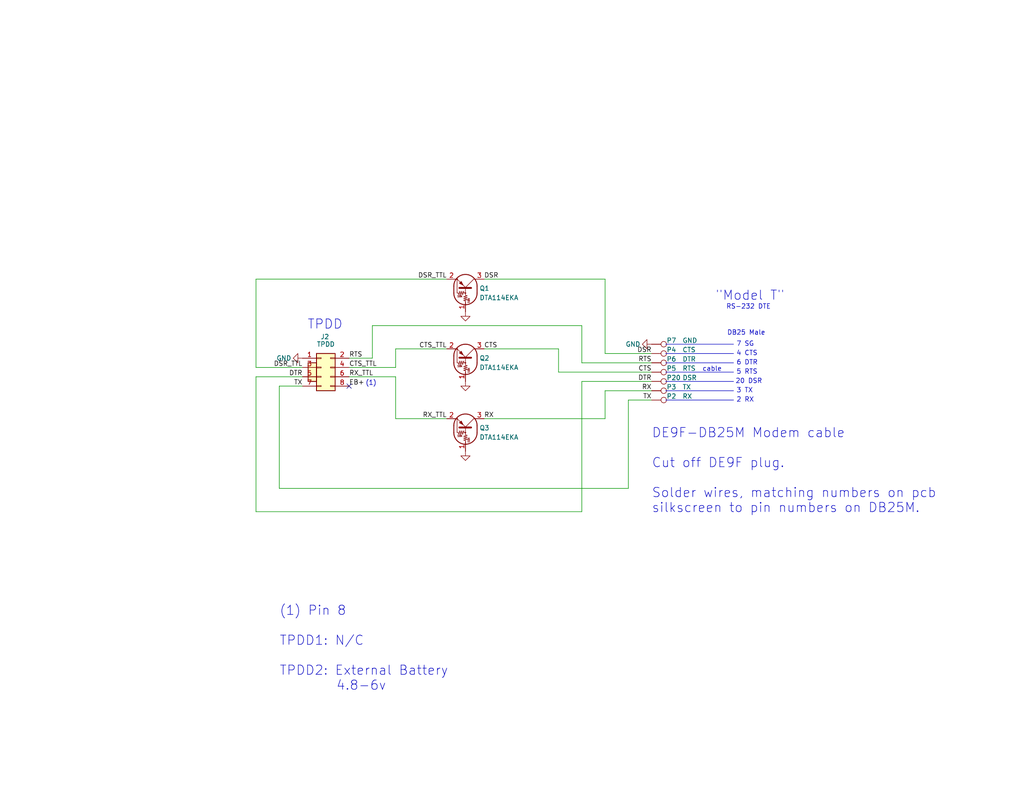
<source format=kicad_sch>
(kicad_sch (version 20231120) (generator "eeschema") (generator_version "8.0")
  (paper "USLetter")
  (title_block (title "TPDD-RS-232") (date "2022-10-01") (rev "2") (company "Brian K. White"))
  (lib_symbols
    (symbol "000_LOCAL:Conn_02x04_Odd_Even" (pin_names (offset 1.016) hide)
      (property "Reference" "J" (at 1.27 5.08 0))
      (property "Value" "Conn_02x04_Odd_Even" (at 1.27 -7.62 0))
      (symbol "Conn_02x04_Odd_Even_0_1"
        (rectangle (start -1.27 1.27) (end -3.556 -3.81) (stroke (width 0.254)) (fill (type background)))
      )
      (symbol "Conn_02x04_Odd_Even_1_1"
        (rectangle (start -1.27 -4.953) (end 0 -5.207) (stroke (width 0.1524)))
        (rectangle (start -1.27 -2.413) (end 0 -2.667) (stroke (width 0.1524)))
        (rectangle (start -1.27 0.127) (end 0 -0.127) (stroke (width 0.1524)))
        (rectangle (start -1.27 2.667) (end 0 2.413) (stroke (width 0.1524)))
        (rectangle (start -1.27 3.81) (end 3.81 -6.35) (stroke (width 0.254)) (fill (type background)))
        (rectangle (start 3.81 -4.953) (end 2.54 -5.207) (stroke (width 0.1524)))
        (rectangle (start 3.81 -2.413) (end 2.54 -2.667) (stroke (width 0.1524)))
        (rectangle (start 3.81 0.127) (end 2.54 -0.127) (stroke (width 0.1524)))
        (rectangle (start 3.81 2.667) (end 2.54 2.413) (stroke (width 0.1524)))
        (pin passive line (at -5.08 2.54 0) (length 3.81) (name "Pin_1") (number "1"))
        (pin passive line (at 7.62 2.54 180) (length 3.81) (name "Pin_2") (number "2"))
        (pin passive line (at -5.08 0 0) (length 3.81) (name "Pin_3") (number "3"))
        (pin passive line (at 7.62 0 180) (length 3.81) (name "Pin_4") (number "4"))
        (pin passive line (at -5.08 -2.54 0) (length 3.81) (name "Pin_5") (number "5"))
        (pin passive line (at 7.62 -2.54 180) (length 3.81) (name "Pin_6") (number "6"))
        (pin passive line (at -5.08 -5.08 0) (length 3.81) (name "Pin_7") (number "7"))
        (pin passive line (at 7.62 -5.08 180) (length 3.81) (name "Pin_8") (number "8"))
      )
    )
    (symbol "000_LOCAL:GND" (power) (pin_names (offset 0))
      (property "Value" "GND" (at 0 -3.81 0))
      (symbol "GND_0_1"
        (polyline (pts (xy 0 0) (xy 0 -1.27) (xy 1.27 -1.27) (xy 0 -2.54) (xy -1.27 -1.27) (xy 0 -1.27)))
      )
      (symbol "GND_1_1"
        (pin power_in line (at 0 0 270) (length 0) hide (name "GND") (number "1"))
      )
    )
    (symbol "000_LOCAL:TestPoint" (pin_numbers hide) (pin_names (offset 0.762) hide)
      (property "Reference" "TP" (at 0 6.858 0))
      (property "Value" "TestPoint" (at 0 5.08 0))
      (symbol "TestPoint_0_1"
        (circle (center 0 3.302) (radius 0.762))
      )
      (symbol "TestPoint_1_1"
        (pin passive line (at 0 0 90) (length 2.54) (name "1") (number "1"))
      )
    )
    (symbol "000_LOCAL:Transistor_BJT_DTA114E" (pin_names (offset 0) hide)
      (property "Reference" "Q" (at 5.08 1.905 0))
      (property "Value" "Transistor_BJT_DTA114E" (at 5.08 0 0))
      (symbol "Transistor_BJT_DTA114E_0_0"
        (text "10k" (at -3.302 0.889 0) (effects (font (size 0.508 0.508))))
        (text "10k" (at -2.159 -1.524 900) (effects (font (size 0.508 0.508))))
      )
      (symbol "Transistor_BJT_DTA114E_0_1"
        (circle (center -1.27 0) (radius 0.127))
        (arc (start -1.27 3.175) (mid -4.445 0) (end -1.27 -3.175) (stroke (width 0.254)))
        (polyline (pts (xy -3.429 0) (xy -3.81 0)))
        (polyline (pts (xy -1.27 -3.175) (xy 0.635 -3.175)) (stroke (width 0.254)))
        (polyline (pts (xy -1.27 3.175) (xy 0.635 3.175)) (stroke (width 0.254)))
        (polyline (pts (xy 0 -0.254) (xy 2.54 2.286)))
        (polyline (pts (xy 0.127 1.524) (xy 0.127 -1.651)) (stroke (width 0.508)) (fill (type outline)))
        (polyline (pts (xy 2.54 2.286) (xy 2.54 2.54)))
        (polyline (pts (xy 2.54 -2.286) (xy 0 0.254) (xy 0 0.254)))
        (polyline (pts (xy 1.397 -1.651) (xy 1.905 -1.143) (xy 0.889 -0.635) (xy 1.397 -1.651)) (fill (type outline)))
        (polyline (pts (xy 0 0) (xy -1.905 0) (xy -2.032 0.508) (xy -2.286 -0.508) (xy -2.54 0.508) (xy -2.794 -0.508) (xy -3.048 0.508) (xy -3.302 -0.508) (xy -3.429 0)))
        (polyline (pts (xy -1.27 0) (xy -1.27 -0.381) (xy -0.762 -0.508) (xy -1.778 -0.762) (xy -0.762 -1.016) (xy -1.778 -1.27) (xy -0.762 -1.524) (xy -1.778 -1.778) (xy -1.27 -1.905) (xy -1.27 -2.286) (xy 2.54 -2.286)))
        (arc (start 0.635 -3.175) (mid 3.81 0) (end 0.635 3.175) (stroke (width 0.254)))
        (circle (center 2.54 -2.286) (radius 0.127))
      )
      (symbol "Transistor_BJT_DTA114E_1_1"
        (pin input line (at -6.35 0 0) (length 2.54) (name "B") (number "1"))
        (pin passive line (at 2.54 -5.08 90) (length 2.54) (name "E") (number "2"))
        (pin passive line (at 2.54 5.08 270) (length 2.54) (name "C") (number "3"))
      )
    )
    (symbol "Transistor_BJT_DTA114E_1" (pin_names (offset 0) hide)
      (property "Reference" "Q" (at 5.08 1.905 0))
      (property "Value" "Transistor_BJT_DTA114E" (at 5.08 0 0))
      (symbol "Transistor_BJT_DTA114E_1_0_0"
        (text "10k" (at -3.302 0.889 0) (effects (font (size 0.508 0.508))))
        (text "10k" (at -2.159 -1.524 900) (effects (font (size 0.508 0.508))))
      )
      (symbol "Transistor_BJT_DTA114E_1_0_1"
        (circle (center -1.27 0) (radius 0.127))
        (arc (start -1.27 3.175) (mid -4.445 0) (end -1.27 -3.175) (stroke (width 0.254)))
        (polyline (pts (xy -3.429 0) (xy -3.81 0)))
        (polyline (pts (xy -1.27 -3.175) (xy 0.635 -3.175)) (stroke (width 0.254)))
        (polyline (pts (xy -1.27 3.175) (xy 0.635 3.175)) (stroke (width 0.254)))
        (polyline (pts (xy 0 -0.254) (xy 2.54 2.286)))
        (polyline (pts (xy 0.127 1.524) (xy 0.127 -1.651)) (stroke (width 0.508)) (fill (type outline)))
        (polyline (pts (xy 2.54 2.286) (xy 2.54 2.54)))
        (polyline (pts (xy 2.54 -2.286) (xy 0 0.254) (xy 0 0.254)))
        (polyline (pts (xy 1.397 -1.651) (xy 1.905 -1.143) (xy 0.889 -0.635) (xy 1.397 -1.651)) (fill (type outline)))
        (polyline (pts (xy 0 0) (xy -1.905 0) (xy -2.032 0.508) (xy -2.286 -0.508) (xy -2.54 0.508) (xy -2.794 -0.508) (xy -3.048 0.508) (xy -3.302 -0.508) (xy -3.429 0)))
        (polyline (pts (xy -1.27 0) (xy -1.27 -0.381) (xy -0.762 -0.508) (xy -1.778 -0.762) (xy -0.762 -1.016) (xy -1.778 -1.27) (xy -0.762 -1.524) (xy -1.778 -1.778) (xy -1.27 -1.905) (xy -1.27 -2.286) (xy 2.54 -2.286)))
        (arc (start 0.635 -3.175) (mid 3.81 0) (end 0.635 3.175) (stroke (width 0.254)))
        (circle (center 2.54 -2.286) (radius 0.127))
      )
      (symbol "Transistor_BJT_DTA114E_1_1_1"
        (pin input line (at -6.35 0 0) (length 2.54) (name "B") (number "1"))
        (pin passive line (at 2.54 -5.08 90) (length 2.54) (name "E") (number "2"))
        (pin passive line (at 2.54 5.08 270) (length 2.54) (name "C") (number "3"))
      )
    )
    (symbol "Transistor_BJT_DTA114E_2" (pin_names (offset 0) hide)
      (property "Reference" "Q" (at 5.08 1.905 0))
      (property "Value" "Transistor_BJT_DTA114E" (at 5.08 0 0))
      (symbol "Transistor_BJT_DTA114E_2_0_0"
        (text "10k" (at -3.302 0.889 0) (effects (font (size 0.508 0.508))))
        (text "10k" (at -2.159 -1.524 900) (effects (font (size 0.508 0.508))))
      )
      (symbol "Transistor_BJT_DTA114E_2_0_1"
        (circle (center -1.27 0) (radius 0.127))
        (arc (start -1.27 3.175) (mid -4.445 0) (end -1.27 -3.175) (stroke (width 0.254)))
        (polyline (pts (xy -3.429 0) (xy -3.81 0)))
        (polyline (pts (xy -1.27 -3.175) (xy 0.635 -3.175)) (stroke (width 0.254)))
        (polyline (pts (xy -1.27 3.175) (xy 0.635 3.175)) (stroke (width 0.254)))
        (polyline (pts (xy 0 -0.254) (xy 2.54 2.286)))
        (polyline (pts (xy 0.127 1.524) (xy 0.127 -1.651)) (stroke (width 0.508)) (fill (type outline)))
        (polyline (pts (xy 2.54 2.286) (xy 2.54 2.54)))
        (polyline (pts (xy 2.54 -2.286) (xy 0 0.254) (xy 0 0.254)))
        (polyline (pts (xy 1.397 -1.651) (xy 1.905 -1.143) (xy 0.889 -0.635) (xy 1.397 -1.651)) (fill (type outline)))
        (polyline (pts (xy 0 0) (xy -1.905 0) (xy -2.032 0.508) (xy -2.286 -0.508) (xy -2.54 0.508) (xy -2.794 -0.508) (xy -3.048 0.508) (xy -3.302 -0.508) (xy -3.429 0)))
        (polyline (pts (xy -1.27 0) (xy -1.27 -0.381) (xy -0.762 -0.508) (xy -1.778 -0.762) (xy -0.762 -1.016) (xy -1.778 -1.27) (xy -0.762 -1.524) (xy -1.778 -1.778) (xy -1.27 -1.905) (xy -1.27 -2.286) (xy 2.54 -2.286)))
        (arc (start 0.635 -3.175) (mid 3.81 0) (end 0.635 3.175) (stroke (width 0.254)))
        (circle (center 2.54 -2.286) (radius 0.127))
      )
      (symbol "Transistor_BJT_DTA114E_2_1_1"
        (pin input line (at -6.35 0 0) (length 2.54) (name "B") (number "1"))
        (pin passive line (at 2.54 -5.08 90) (length 2.54) (name "E") (number "2"))
        (pin passive line (at 2.54 5.08 270) (length 2.54) (name "C") (number "3"))
      )
    )
  )
  (no_connect (at 95.25 105.41))
  (wire (pts (xy 158.75 104.14) (xy 177.8 104.14)))
  (wire (pts (xy 95.25 100.33) (xy 107.95 100.33)))
  (polyline (pts (xy 181.61 99.06) (xy 200.152 99.06)))
  (wire (pts (xy 69.85 139.7) (xy 69.85 102.87)))
  (polyline (pts (xy 181.61 106.68) (xy 200.152 106.68)))
  (wire (pts (xy 171.45 109.22) (xy 177.8 109.22)))
  (wire (pts (xy 107.95 114.3) (xy 121.92 114.3)))
  (polyline (pts (xy 181.61 101.6) (xy 200.152 101.6)))
  (wire (pts (xy 69.85 76.2) (xy 121.92 76.2)))
  (wire (pts (xy 132.08 76.2) (xy 165.1 76.2)))
  (wire (pts (xy 101.6 88.9) (xy 158.75 88.9)))
  (wire (pts (xy 158.75 99.06) (xy 177.8 99.06)))
  (wire (pts (xy 69.85 100.33) (xy 82.55 100.33)))
  (wire (pts (xy 165.1 76.2) (xy 165.1 96.52)))
  (wire (pts (xy 152.4 95.25) (xy 132.08 95.25)))
  (wire (pts (xy 76.2 105.41) (xy 76.2 133.35)))
  (wire (pts (xy 152.4 101.6) (xy 177.8 101.6)))
  (polyline (pts (xy 181.61 93.98) (xy 200.152 93.98)))
  (wire (pts (xy 69.85 139.7) (xy 158.75 139.7)))
  (wire (pts (xy 107.95 95.25) (xy 121.92 95.25)))
  (wire (pts (xy 171.45 109.22) (xy 171.45 133.35)))
  (wire (pts (xy 107.95 100.33) (xy 107.95 95.25)))
  (wire (pts (xy 69.85 102.87) (xy 82.55 102.87)))
  (wire (pts (xy 165.1 106.68) (xy 165.1 114.3)))
  (wire (pts (xy 158.75 88.9) (xy 158.75 99.06)))
  (wire (pts (xy 132.08 114.3) (xy 165.1 114.3)))
  (wire (pts (xy 152.4 101.6) (xy 152.4 95.25)))
  (wire (pts (xy 158.75 104.14) (xy 158.75 139.7)))
  (wire (pts (xy 101.6 97.79) (xy 101.6 88.9)))
  (wire (pts (xy 107.95 102.87) (xy 95.25 102.87)))
  (wire (pts (xy 95.25 97.79) (xy 101.6 97.79)))
  (polyline (pts (xy 181.61 104.14) (xy 200.152 104.14)))
  (polyline (pts (xy 181.61 109.22) (xy 200.152 109.22)))
  (wire (pts (xy 107.95 102.87) (xy 107.95 114.3)))
  (polyline (pts (xy 181.61 96.52) (xy 200.152 96.52)))
  (wire (pts (xy 76.2 105.41) (xy 82.55 105.41)))
  (wire (pts (xy 165.1 106.68) (xy 177.8 106.68)))
  (wire (pts (xy 165.1 96.52) (xy 177.8 96.52)))
  (wire (pts (xy 69.85 76.2) (xy 69.85 100.33)))
  (wire (pts (xy 76.2 133.35) (xy 171.45 133.35)))
  (text "3 TX" (at 200.914 107.442 0) (effects (font (size 1.27 1.27)) (justify left bottom)))
  (text "7 SG" (at 200.914 94.742 0) (effects (font (size 1.27 1.27)) (justify left bottom)))
  (text "(1)" (at 99.695 105.41 0) (effects (font (size 1.27 1.27)) (justify left bottom)))
  (text "2 RX" (at 200.914 109.982 0) (effects (font (size 1.27 1.27)) (justify left bottom)))
  (text "4 CTS" (at 200.914 97.282 0) (effects (font (size 1.27 1.27)) (justify left bottom)))
  (text "20 DSR" (at 200.66 104.902 0) (effects (font (size 1.27 1.27)) (justify left bottom)))
  (text "(1) Pin 8\n\nTPDD1: N/C\n\nTPDD2: External Battery\n        4.8-6v" (at 76.2 165.354 0) (effects (font (size 2.54 2.54)) (justify left top)))
  (text "6 DTR" (at 200.914 99.822 0) (effects (font (size 1.27 1.27)) (justify left bottom)))
  (text "RS-232 DTE" (at 198.12 84.582 0) (effects (font (size 1.27 1.27)) (justify left bottom)))
  (text "cable" (at 194.31 100.838 0) (effects (font (size 1.27 1.27))))
  (text "DE9F-DB25M Modem cable\n\nCut off DE9F plug.\n\nSolder wires, matching numbers on pcb\nsilkscreen to pin numbers on DB25M." (at 177.8 116.84 0) (effects (font (size 2.54 2.54)) (justify left top)))
  (text "\"Model T\"" (at 214.122 82.296 0) (effects (font (size 2.54 2.54)) (justify right bottom)))
  (text "TPDD" (at 83.82 90.17 0) (effects (font (size 2.54 2.54)) (justify left bottom)))
  (text "DB25 Male" (at 198.374 91.694 0) (effects (font (size 1.27 1.27)) (justify left bottom)))
  (text "5 RTS" (at 200.914 102.362 0) (effects (font (size 1.27 1.27)) (justify left bottom)))
  (label "RTS" (at 177.8 99.06 180))
  (label "CTS" (at 177.8 101.6 180))
  (label "RTS" (at 95.25 97.79 0))
  (label "DSR_TTL" (at 82.55 100.33 180))
  (label "RX_TTL" (at 95.25 102.87 0))
  (label "RX_TTL" (at 121.92 114.3 180))
  (label "DTR" (at 82.55 102.87 180))
  (label "CTS_TTL" (at 95.25 100.33 0))
  (label "DSR" (at 132.08 76.2 0))
  (label "CTS" (at 132.08 95.25 0))
  (label "DSR" (at 177.8 96.52 180))
  (label "DTR" (at 177.8 104.14 180))
  (label "RX" (at 177.8 106.68 180))
  (label "DSR_TTL" (at 121.92 76.2 180))
  (label "TX" (at 82.55 105.41 180))
  (label "EB+" (at 95.25 105.41 0))
  (label "RX" (at 132.08 114.3 0))
  (label "CTS_TTL" (at 121.92 95.25 180))
  (label "TX" (at 177.8 109.22 180))
  (symbol (lib_name "Transistor_BJT_DTA114E_2") (lib_id "000_LOCAL:Transistor_BJT_DTA114E") (at 127 78.74 270) (mirror x) (unit 1)
    (property "Reference" "Q1" (at 130.81 78.74 90) (effects (justify left)))
    (property "Value" "DTA114EKA" (at 130.81 81.28 90) (effects (justify left)))
    (property "Footprint" "000_LOCAL:SC-59" (effects (hide yes)))
    (property "Datasheet" "datasheets/dta114ee3-e.pdf" (effects (hide yes)))
  )
  (symbol (lib_name "Transistor_BJT_DTA114E_1") (lib_id "000_LOCAL:Transistor_BJT_DTA114E") (at 127 97.79 270) (mirror x) (unit 1)
    (property "Reference" "Q2" (at 130.81 97.79 90) (effects (justify left)))
    (property "Value" "DTA114EKA" (at 130.81 100.33 90) (effects (justify left)))
    (property "Footprint" "000_LOCAL:SC-59" (effects (hide yes)))
    (property "Datasheet" "datasheets/dta114ee3-e.pdf" (effects (hide yes)))
  )
  (symbol (lib_id "000_LOCAL:Transistor_BJT_DTA114E") (at 127 116.84 270) (mirror x) (unit 1)
    (property "Reference" "Q3" (at 130.81 116.84 90) (effects (justify left)))
    (property "Value" "DTA114EKA" (at 130.81 119.38 90) (effects (justify left)))
    (property "Footprint" "000_LOCAL:SC-59" (effects (hide yes)))
    (property "Datasheet" "datasheets/dta114ee3-e.pdf" (effects (hide yes)))
  )
  (symbol (lib_id "000_LOCAL:Conn_02x04_Odd_Even") (at 87.63 100.33 0) (unit 1)
    (property "Reference" "J2" (at 88.646 91.948 0))
    (property "Value" "TPDD" (at 88.9 93.98 0))
    (property "Footprint" "000_LOCAL:2x4x2.54mm_edge_mount" (effects (hide yes)))
  )
  (symbol (lib_id "000_LOCAL:GND") (at 177.8 93.98 270) (unit 1)
    (property "Reference" "#PWR0104" (effects (hide yes)))
    (property "Value" "GND" (at 174.752 93.98 90) (effects (justify right)))
  )
  (symbol (lib_id "000_LOCAL:GND") (at 127 85.09 0) (unit 1)
    (property "Reference" "#PWR0103" (effects (hide yes)))
    (property "Value" "GND" (effects (hide yes)))
  )
  (symbol (lib_id "000_LOCAL:GND") (at 127 104.14 0) (unit 1)
    (property "Reference" "#PWR0101" (effects (hide yes)))
    (property "Value" "GND" (effects (hide yes)))
  )
  (symbol (lib_id "000_LOCAL:GND") (at 82.55 97.79 270) (unit 1)
    (property "Reference" "#PWR01" (effects (hide yes)))
    (property "Value" "GND" (at 79.502 97.79 90) (effects (justify right)))
  )
  (symbol (lib_id "000_LOCAL:TestPoint") (at 177.8 101.6 270) (unit 1)
    (property "Reference" "P5" (at 181.864 100.584 90) (effects (justify left)))
    (property "Value" "RTS" (at 186.182 100.584 90) (effects (justify left)))
    (property "Footprint" "000_LOCAL:PTH_0.65x1.2" (effects (hide yes)))
    (property "Description" "test point" (effects (hide yes)))
  )
  (symbol (lib_id "000_LOCAL:TestPoint") (at 177.8 104.14 270) (unit 1)
    (property "Reference" "P20" (at 181.864 103.124 90) (effects (justify left)))
    (property "Value" "DSR" (at 186.182 103.124 90) (effects (justify left)))
    (property "Footprint" "000_LOCAL:PTH_0.65x1.2" (effects (hide yes)))
    (property "Description" "test point" (effects (hide yes)))
  )
  (symbol (lib_id "000_LOCAL:TestPoint") (at 177.8 99.06 270) (unit 1)
    (property "Reference" "P6" (at 181.864 98.044 90) (effects (justify left)))
    (property "Value" "DTR" (at 186.182 98.044 90) (effects (justify left)))
    (property "Footprint" "000_LOCAL:PTH_0.65x1.2" (effects (hide yes)))
    (property "Description" "test point" (effects (hide yes)))
  )
  (symbol (lib_id "000_LOCAL:TestPoint") (at 177.8 106.68 270) (unit 1)
    (property "Reference" "P3" (at 181.864 105.664 90) (effects (justify left)))
    (property "Value" "TX" (at 186.182 105.664 90) (effects (justify left)))
    (property "Footprint" "000_LOCAL:PTH_0.65x1.2" (effects (hide yes)))
    (property "Description" "test point" (effects (hide yes)))
  )
  (symbol (lib_id "000_LOCAL:GND") (at 127 123.19 0) (unit 1)
    (property "Reference" "#PWR0102" (effects (hide yes)))
    (property "Value" "GND" (effects (hide yes)))
  )
  (symbol (lib_id "000_LOCAL:TestPoint") (at 177.8 93.98 270) (unit 1)
    (property "Reference" "P7" (at 181.864 92.964 90) (effects (justify left)))
    (property "Value" "GND" (at 186.182 92.964 90) (effects (justify left)))
    (property "Footprint" "000_LOCAL:PTH_0.65x1.2" (effects (hide yes)))
    (property "Description" "test point" (effects (hide yes)))
  )
  (symbol (lib_id "000_LOCAL:TestPoint") (at 177.8 96.52 270) (unit 1)
    (property "Reference" "P4" (at 181.864 95.504 90) (effects (justify left)))
    (property "Value" "CTS" (at 186.182 95.504 90) (effects (justify left)))
    (property "Footprint" "000_LOCAL:PTH_0.65x1.2" (effects (hide yes)))
    (property "Description" "test point" (effects (hide yes)))
  )
  (symbol (lib_id "000_LOCAL:TestPoint") (at 177.8 109.22 270) (unit 1)
    (property "Reference" "P2" (at 181.864 108.204 90) (effects (justify left)))
    (property "Value" "RX" (at 186.182 108.204 90) (effects (justify left)))
    (property "Footprint" "000_LOCAL:PTH_0.65x1.2" (effects (hide yes)))
    (property "Description" "test point" (effects (hide yes)))
  )
)
</source>
